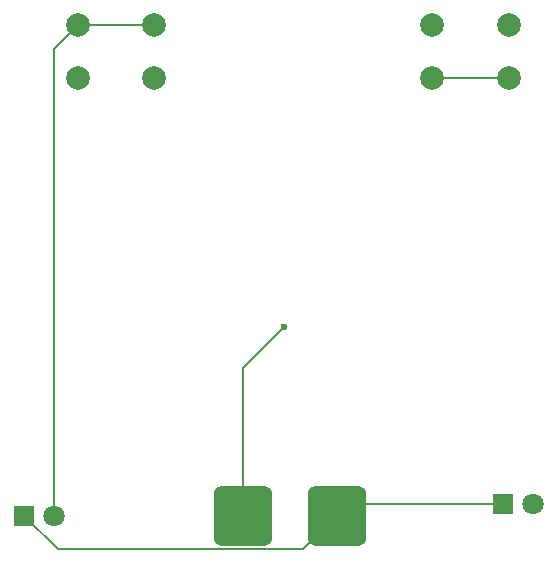
<source format=gbr>
%TF.GenerationSoftware,KiCad,Pcbnew,9.0.1*%
%TF.CreationDate,2025-04-08T04:17:53-04:00*%
%TF.ProjectId,juiceshanghai,6a756963-6573-4686-916e-676861692e6b,rev?*%
%TF.SameCoordinates,Original*%
%TF.FileFunction,Copper,L1,Top*%
%TF.FilePolarity,Positive*%
%FSLAX46Y46*%
G04 Gerber Fmt 4.6, Leading zero omitted, Abs format (unit mm)*
G04 Created by KiCad (PCBNEW 9.0.1) date 2025-04-08 04:17:53*
%MOMM*%
%LPD*%
G01*
G04 APERTURE LIST*
G04 Aperture macros list*
%AMRoundRect*
0 Rectangle with rounded corners*
0 $1 Rounding radius*
0 $2 $3 $4 $5 $6 $7 $8 $9 X,Y pos of 4 corners*
0 Add a 4 corners polygon primitive as box body*
4,1,4,$2,$3,$4,$5,$6,$7,$8,$9,$2,$3,0*
0 Add four circle primitives for the rounded corners*
1,1,$1+$1,$2,$3*
1,1,$1+$1,$4,$5*
1,1,$1+$1,$6,$7*
1,1,$1+$1,$8,$9*
0 Add four rect primitives between the rounded corners*
20,1,$1+$1,$2,$3,$4,$5,0*
20,1,$1+$1,$4,$5,$6,$7,0*
20,1,$1+$1,$6,$7,$8,$9,0*
20,1,$1+$1,$8,$9,$2,$3,0*%
G04 Aperture macros list end*
%TA.AperFunction,ComponentPad*%
%ADD10C,2.000000*%
%TD*%
%TA.AperFunction,ComponentPad*%
%ADD11R,1.800000X1.800000*%
%TD*%
%TA.AperFunction,ComponentPad*%
%ADD12C,1.800000*%
%TD*%
%TA.AperFunction,SMDPad,CuDef*%
%ADD13RoundRect,0.742875X-1.733375X-1.824625X1.733375X-1.824625X1.733375X1.824625X-1.733375X1.824625X0*%
%TD*%
%TA.AperFunction,ViaPad*%
%ADD14C,0.600000*%
%TD*%
%TA.AperFunction,Conductor*%
%ADD15C,0.200000*%
%TD*%
G04 APERTURE END LIST*
D10*
%TO.P,SW1,1,1*%
%TO.N,Net-(D1-A)*%
X164000000Y-94000000D03*
X170500000Y-94000000D03*
%TO.P,SW1,2,2*%
%TO.N,Net-(BT1-+)*%
X164000000Y-98500000D03*
X170500000Y-98500000D03*
%TD*%
D11*
%TO.P,D1,1,K*%
%TO.N,Net-(D1-K)*%
X170000000Y-134500000D03*
D12*
%TO.P,D1,2,A*%
%TO.N,Net-(D1-A)*%
X172540000Y-134500000D03*
%TD*%
D10*
%TO.P,SW2,1,1*%
%TO.N,Net-(D2-A)*%
X134000000Y-94000000D03*
X140500000Y-94000000D03*
%TO.P,SW2,2,2*%
%TO.N,Net-(BT1-+)*%
X134000000Y-98500000D03*
X140500000Y-98500000D03*
%TD*%
D13*
%TO.P,M1,1,+*%
%TO.N,Net-(BT1--)*%
X148023750Y-135500000D03*
%TO.P,M1,2,-*%
%TO.N,Net-(D1-K)*%
X156000000Y-135500000D03*
%TD*%
D11*
%TO.P,D2,1,K*%
%TO.N,Net-(D1-K)*%
X129460000Y-135500000D03*
D12*
%TO.P,D2,2,A*%
%TO.N,Net-(D2-A)*%
X132000000Y-135500000D03*
%TD*%
D14*
%TO.N,Net-(BT1--)*%
X151515000Y-119500000D03*
%TD*%
D15*
%TO.N,Net-(BT1--)*%
X151500000Y-119500000D02*
X151515000Y-119500000D01*
X148023750Y-122976250D02*
X151500000Y-119500000D01*
X148023750Y-135500000D02*
X148023750Y-122976250D01*
%TO.N,Net-(D1-K)*%
X132328500Y-138368500D02*
X129460000Y-135500000D01*
X153131500Y-138368500D02*
X132328500Y-138368500D01*
X156000000Y-135500000D02*
X153131500Y-138368500D01*
X170460000Y-134500000D02*
X157000000Y-134500000D01*
X157000000Y-134500000D02*
X156000000Y-135500000D01*
%TO.N,Net-(BT1-+)*%
X170500000Y-98500000D02*
X164000000Y-98500000D01*
%TO.N,Net-(D2-A)*%
X132000000Y-96000000D02*
X132000000Y-135500000D01*
X134000000Y-94000000D02*
X132000000Y-96000000D01*
X134000000Y-94000000D02*
X140500000Y-94000000D01*
%TD*%
M02*

</source>
